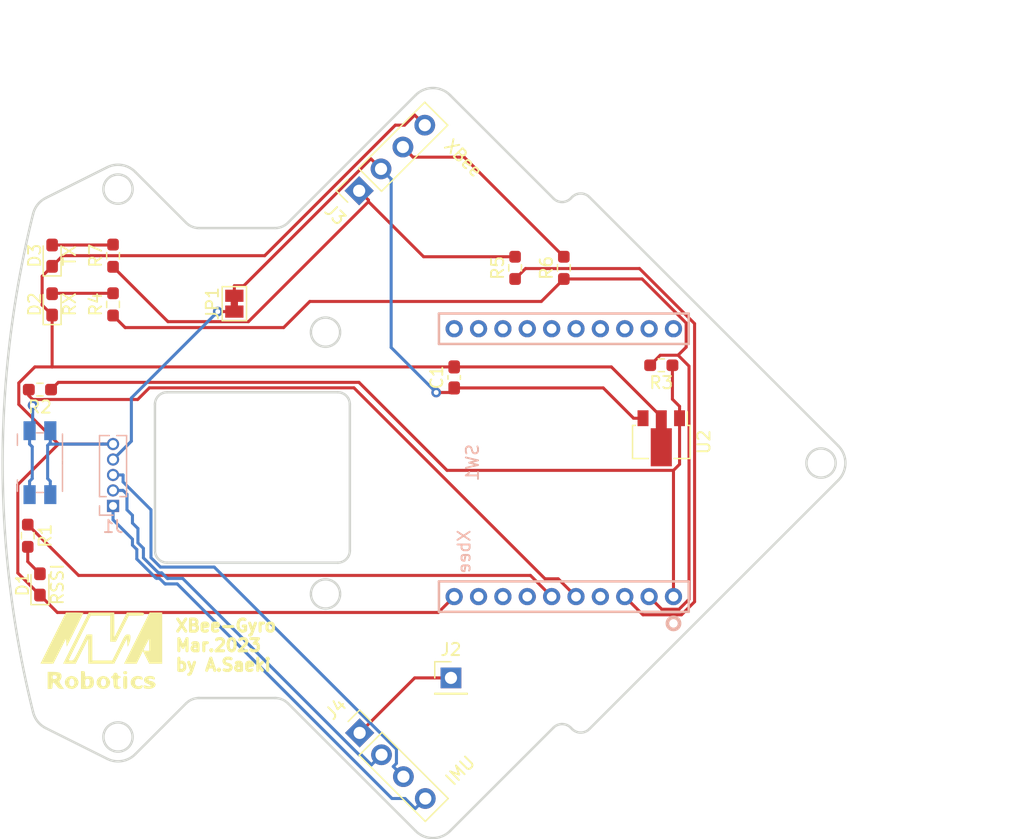
<source format=kicad_pcb>
(kicad_pcb (version 20211014) (generator pcbnew)
  (title_block (title "control board") (date "2023-03-07") (rev "V1.2") (company "Saeki.A"))
  (layers (0 "F.Cu" signal) (31 "B.Cu" signal) (34 "B.Paste" user) (35 "F.Paste" user) (36 "B.SilkS" user "B.Silkscreen") (37 "F.SilkS" user "F.Silkscreen") (38 "B.Mask" user) (39 "F.Mask" user) (44 "Edge.Cuts" user))
  (net 0 "")
  (net 1 "+5V")
  (net 2 "GND")
  (net 3 "Net-(D3-Pad2)")
  (net 4 "Net-(D1-Pad2)")
  (net 5 "Net-(J1-Pad1)")
  (net 6 "Net-(J1-Pad3)")
  (net 7 "Net-(J1-Pad4)")
  (net 8 "Net-(J1-Pad2)")
  (net 9 "Net-(J2-Pad1)")
  (net 10 "Net-(J3-Pad1)")
  (net 11 "Net-(J3-Pad3)")
  (net 12 "Net-(R2-Pad2)")
  (net 13 "Net-(R5-Pad1)")
  (net 14 "Net-(R3-Pad2)")
  (net 15 "Net-(R1-Pad1)")
  (net 16 "Net-(R2-Pad1)")
  (net 17 "Net-(D2-Pad2)")
  (footprint "LED_SMD:LED_0603_1608Metric_Pad1.05x0.95mm_HandSolder" (layer "F.Cu") (at 49 102 90)
    (fp_text reference "D2" (at 0 -1.43 90) (layer "F.SilkS"))
    (fp_text value "RX" (at 0 1.43 90) (layer "F.SilkS"))
    (fp_line (start -1.66 -0.735) (end -1.66 0.735) (layer "F.SilkS") (width 0.12))
    (fp_line (start 0.8 -0.735) (end -1.66 -0.735) (layer "F.SilkS") (width 0.12))
    (fp_line (start -1.66 0.735) (end 0.8 0.735) (layer "F.SilkS") (width 0.12))
    (pad "1" smd roundrect (at -0.875 0 90) (size 1.05 0.95) (layers "F.Cu" "F.Paste" "F.Mask") (net 2 "GND"))
    (pad "2" smd roundrect (at 0.875 0 90) (size 1.05 0.95) (layers "F.Cu" "F.Paste" "F.Mask") (net 17 "Net-(D2-Pad2)"))
  )
  (footprint "0.main.robot:MMA_Logo" (layer "F.Cu") (at 53.034 130.644)
    (fp_text reference "G***" hide)
    (fp_text value "LOGO" hide)
    (fp_poly (pts (xy 5 0.868947) (xy 3.934947 0.868947) (xy 3.415211 -0.166719) (xy 2.904095 0.868947) (xy 1.866943 0.868947) (xy 2.424941 -0.250658) (xy 3.469901 -0.250658) (xy 3.52625 -0.217552) (xy 3.669032 -0.20097) (xy 3.7 -0.200527) (xy 3.933333 -0.200527) (xy 3.926863 -1.169737) (xy 3.7 -0.735263) (xy 3.589039 -0.517153) (xy 3.507208 -0.345654) (xy 3.470504 -0.254457) (xy 3.469901 -0.250658) (xy 2.424941 -0.250658) (xy 3.965681 -3.342105) (xy 5 -3.342105)) (layer "F.SilkS") (width 0) (fill solid))
    (fp_poly (pts (xy 2.09736 1.501858) (xy 2.133333 1.60421) (xy 2.094271 1.70904) (xy 1.966666 1.737895) (xy 1.835972 1.706563) (xy 1.8 1.60421) (xy 1.839061 1.49938) (xy 1.966666 1.470526)) (layer "F.SilkS") (width 0) (fill solid))
    (fp_poly (pts (xy 1.074326 -1.303421) (xy 2.09798 -3.342105) (xy 2.822789 -3.342105) (xy 3.142524 -3.339947) (xy 3.349856 -3.331318) (xy 3.465675 -3.312992) (xy 3.510872 -3.281741) (xy 3.507132 -3.236375) (xy 3.471834 -3.129822) (xy 3.466666 -3.102691) (xy 3.404963 -3.090377) (xy 3.239692 -3.080831) (xy 3.000612 -3.075441) (xy 2.867059 -3.074737) (xy 2.267451 -3.074737) (xy 1.733333 -2.005263) (xy 1.199214 -0.93579) (xy 0.733333 -0.93579) (xy 0.733333 -3.074737) (xy -0.866191 -3.074737) (xy -1.766429 -1.270478) (xy -1.991652 -0.818004) (xy -2.196269 -0.40485) (xy -2.372975 -0.045932) (xy -2.514465 0.243835) (xy -2.613434 0.449533) (xy -2.662576 0.556247) (xy -2.666667 0.56768) (xy -2.608635 0.591518) (xy -2.468891 0.601577) (xy -2.46706 0.601579) (xy -2.39304 0.596069) (xy -2.327411 0.568642) (xy -2.258956 0.502948) (xy -2.176459 0.38264) (xy -2.068703 0.19137) (xy -1.924474 -0.087213) (xy -1.733334 -0.467895) (xy -1.199215 -1.537369) (xy -0.733334 -1.537369) (xy -0.733334 0.601579) (xy 0.903329 0.601579) (xy 1.433333 -0.467895) (xy 1.623028 -0.849218) (xy 1.765114 -1.127066) (xy 1.871048 -1.317813) (xy 1.95229 -1.437835) (xy 2.020296 -1.503507) (xy 2.086526 -1.531203) (xy 2.162436 -1.5373) (xy 2.181668 -1.537369) (xy 2.321935 -1.528159) (xy 2.383977 -1.474779) (xy 2.399606 -1.338605) (xy 2.4 -1.272268) (xy 2.369129 -1.027687) (xy 2.293761 -0.783128) (xy 2.283333 -0.759975) (xy 2.166666 -0.512784) (xy 2.132216 -0.84126) (xy 2.097766 -1.169737) (xy 1.065832 0.868947) (xy -1.066667 0.868947) (xy -1.074327 -1.169737) (xy -2.097981 0.868947) (xy -3.133057 0.868947) (xy -1.034319 -3.342105) (xy 1.066666 -3.342105)) (layer "F.SilkS") (width 0) (fill solid))
    (fp_poly (pts (xy 0.418046 1.928625) (xy 0.613147 2.080435) (xy 0.721247 2.298018) (xy 0.733333 2.406316) (xy 0.67288 2.643531) (xy 0.512005 2.827639) (xy 0.28143 2.929647) (xy 0.166666 2.941052) (xy -0.08768 2.886506) (xy -0.236364 2.776985) (xy -0.370002 2.564881) (xy -0.381065 2.449926) (xy -0.039377 2.449926) (xy 0.000299 2.611435) (xy 0.092371 2.712306) (xy 0.215805 2.726289) (xy 0.32 2.660316) (xy 0.386865 2.515549) (xy 0.391963 2.327172) (xy 0.335292 2.170049) (xy 0.32 2.152316) (xy 0.18333 2.076223) (xy 0.064737 2.130066) (xy -0.005619 2.254026) (xy -0.039377 2.449926) (xy -0.381065 2.449926) (xy -0.391814 2.338241) (xy -0.315453 2.127734) (xy -0.15457 1.964032) (xy 0.07718 1.877805) (xy 0.166666 1.871579)) (layer "F.SilkS") (width 0) (fill solid))
    (fp_poly (pts (xy -1.387813 1.487702) (xy -1.341496 1.565351) (xy -1.333334 1.707502) (xy -1.326189 1.863241) (xy -1.278237 1.919848) (xy -1.149703 1.90978) (xy -1.097334 1.900088) (xy -0.855761 1.900676) (xy -0.693845 2.008397) (xy -0.611462 2.223371) (xy -0.6 2.383254) (xy -0.631117 2.644418) (xy -0.735519 2.815153) (xy -0.92978 2.90933) (xy -1.230477 2.940818) (xy -1.266667 2.941052) (xy -1.666667 2.941052) (xy -1.666667 2.329126) (xy -1.321364 2.329126) (xy -1.315923 2.563199) (xy -1.256507 2.708185) (xy -1.157027 2.750272) (xy -1.031388 2.675653) (xy -1.003615 2.644629) (xy -0.954258 2.514356) (xy -0.944958 2.332555) (xy -0.945452 2.327129) (xy -0.976916 2.172853) (xy -1.052369 2.112705) (xy -1.133334 2.105526) (xy -1.251063 2.127454) (xy -1.30523 2.219275) (xy -1.321364 2.329126) (xy -1.666667 2.329126) (xy -1.666667 1.470526) (xy -1.5 1.470526)) (layer "F.SilkS") (width 0) (fill solid))
    (fp_poly (pts (xy -3.664214 1.551367) (xy -3.453944 1.589613) (xy -3.371076 1.626134) (xy -3.273045 1.771729) (xy -3.258978 1.967211) (xy -3.329486 2.158129) (xy -3.364616 2.203517) (xy -3.425088 2.28355) (xy -3.431602 2.361697) (xy -3.375731 2.476349) (xy -3.269747 2.635775) (xy -3.060262 2.941052) (xy -3.280131 2.938516) (xy -3.436875 2.914232) (xy -3.562518 2.825351) (xy -3.6827 2.671147) (xy -3.802662 2.515902) (xy -3.901084 2.420604) (xy -3.9327 2.406316) (xy -3.974843 2.465613) (xy -3.998284 2.613746) (xy -4 2.673684) (xy -4.007898 2.845123) (xy -4.050697 2.921334) (xy -4.157055 2.940631) (xy -4.2 2.941052) (xy -4.4 2.941052) (xy -4.4 1.971842) (xy -4 1.971842) (xy -3.981413 2.097228) (xy -3.897804 2.132248) (xy -3.816667 2.126676) (xy -3.673681 2.077995) (xy -3.633334 1.971842) (xy -3.677473 1.862486) (xy -3.816667 1.817007) (xy -3.949523 1.819523) (xy -3.996053 1.894413) (xy -4 1.971842) (xy -4.4 1.971842) (xy -4.4 1.537368) (xy -3.946076 1.537368)) (layer "F.SilkS") (width 0) (fill solid))
    (fp_poly (pts (xy -2.181954 1.928625) (xy -1.986853 2.080435) (xy -1.878753 2.298018) (xy -1.866667 2.406316) (xy -1.92712 2.643531) (xy -2.087995 2.827639) (xy -2.31857 2.929647) (xy -2.433334 2.941052) (xy -2.68768 2.886506) (xy -2.836364 2.776985) (xy -2.970002 2.564881) (xy -2.981466 2.445758) (xy -2.634683 2.445758) (xy -2.605398 2.588237) (xy -2.498713 2.718864) (xy -2.365896 2.722149) (xy -2.28 2.660316) (xy -2.204557 2.511324) (xy -2.207119 2.333946) (xy -2.274309 2.174925) (xy -2.392752 2.081003) (xy -2.448317 2.072105) (xy -2.544683 2.130259) (xy -2.611868 2.271448) (xy -2.634683 2.445758) (xy -2.981466 2.445758) (xy -2.991814 2.338241) (xy -2.915453 2.127734) (xy -2.75457 1.964032) (xy -2.52282 1.877805) (xy -2.433334 1.871579)) (layer "F.SilkS") (width 0) (fill solid))
    (fp_poly (pts (xy 2.049326 1.877277) (xy 2.098821 1.912556) (xy 2.123652 2.004691) (xy 2.132322 2.180957) (xy 2.133333 2.406316) (xy 2.131557 2.671523) (xy 2.120561 2.830324) (xy 2.091845 2.909994) (xy 2.036906 2.937808) (xy 1.966666 2.941052) (xy 1.884006 2.935354) (xy 1.834511 2.900075) (xy 1.80968 2.807941) (xy 1.801011 2.631674) (xy 1.8 2.406316) (xy 1.801776 2.141108) (xy 1.812771 1.982307) (xy 1.841488 1.902637) (xy 1.896426 1.874823) (xy 1.966666 1.871579)) (layer "F.SilkS") (width 0) (fill solid))
    (fp_poly (pts (xy 1.29736 1.635542) (xy 1.333333 1.737895) (xy 1.380473 1.849608) (xy 1.466666 1.871579) (xy 1.575252 1.913373) (xy 1.6 1.971842) (xy 1.54442 2.053496) (xy 1.466666 2.072105) (xy 1.386692 2.089701) (xy 1.346806 2.164387) (xy 1.333903 2.329013) (xy 1.333333 2.406316) (xy 1.340353 2.606776) (xy 1.370149 2.706754) (xy 1.435826 2.739096) (xy 1.466666 2.740526) (xy 1.575252 2.782321) (xy 1.6 2.840789) (xy 1.544082 2.908973) (xy 1.410148 2.940433) (xy 1.248927 2.933211) (xy 1.111147 2.885353) (xy 1.08 2.860842) (xy 1.034501 2.751924) (xy 1.005522 2.560913) (xy 1 2.426368) (xy 0.990392 2.209232) (xy 0.956846 2.099603) (xy 0.9 2.072105) (xy 0.811615 2.0186) (xy 0.8 1.971842) (xy 0.853364 1.883225) (xy 0.9 1.871579) (xy 0.981439 1.815853) (xy 1 1.737895) (xy 1.039061 1.633064) (xy 1.166666 1.60421)) (layer "F.SilkS") (width 0) (fill solid))
    (fp_poly (pts (xy -1.892671 -3.339247) (xy -1.658354 -3.331505) (xy -1.508087 -3.320133) (xy -1.466667 -3.309106) (xy -1.495147 -3.242423) (xy -1.575013 -3.073449) (xy -1.697902 -2.819407) (xy -1.855451 -2.497517) (xy -2.039297 -2.124999) (xy -2.15 -1.901941) (xy -2.833334 -0.527775) (xy -2.902234 -1.169737) (xy -3.934168 0.868947) (xy -4.999724 0.868947) (xy -3.950355 -1.236579) (xy -2.900985 -3.342105) (xy -2.183826 -3.342105)) (layer "F.SilkS") (width 0) (fill solid))
    (fp_poly (pts (xy 4.244382 1.898491) (xy 4.373768 1.981844) (xy 4.4 2.077602) (xy 4.38141 2.160937) (xy 4.300627 2.162036) (xy 4.228993 2.137293) (xy 4.009244 2.077317) (xy 3.890378 2.103697) (xy 3.866666 2.172368) (xy 3.923746 2.253501) (xy 4.018499 2.272631) (xy 4.193068 2.311725) (xy 4.354553 2.407092) (xy 4.454584 2.525859) (xy 4.466666 2.577211) (xy 4.405972 2.739832) (xy 4.245819 2.864828) (xy 4.019102 2.930756) (xy 3.916666 2.935775) (xy 3.719993 2.924922) (xy 3.575068 2.904279) (xy 3.55 2.896784) (xy 3.481365 2.810233) (xy 3.466666 2.727805) (xy 3.492035 2.631785) (xy 3.583333 2.642565) (xy 3.736709 2.691403) (xy 3.891826 2.725395) (xy 4.027074 2.725458) (xy 4.060442 2.677604) (xy 4.001722 2.606955) (xy 3.860705 2.538638) (xy 3.81367 2.524849) (xy 3.614174 2.427734) (xy 3.508757 2.280037) (xy 3.515304 2.109719) (xy 3.529135 2.079969) (xy 3.65606 1.941561) (xy 3.862744 1.878577) (xy 3.999999 1.871579)) (layer "F.SilkS") (width 0) (fill solid))
    (fp_poly (pts (xy 3.213104 1.892162) (xy 3.355391 1.958596) (xy 3.399996 2.077911) (xy 3.4 2.079256) (xy 3.385293 2.182169) (xy 3.320015 2.194244) (xy 3.193099 2.135244) (xy 3.006435 2.091384) (xy 2.858785 2.156823) (xy 2.774064 2.308035) (xy 2.776189 2.521493) (xy 2.780874 2.540731) (xy 2.867171 2.657151) (xy 3.015011 2.722148) (xy 3.163925 2.716167) (xy 3.218214 2.682158) (xy 3.32943 2.61095) (xy 3.391158 2.660414) (xy 3.4 2.733375) (xy 3.344127 2.856884) (xy 3.200918 2.929218) (xy 3.006984 2.948465) (xy 2.798936 2.912718) (xy 2.613385 2.820067) (xy 2.563636 2.776985) (xy 2.430981 2.565422) (xy 2.409447 2.338246) (xy 2.485344 2.126875) (xy 2.644981 1.962724) (xy 2.874669 1.877209) (xy 2.958183 1.871579)) (layer "F.SilkS") (width 0) (fill solid))
  )
  (footprint "Connector_PinSocket_2.54mm:PinSocket_1x04_P2.54mm_Vertical" (layer "F.Cu") (at 74.2407 137.1938 45)
    (fp_text reference "J4" (at 0 -2.77 45) (layer "F.SilkS"))
    (fp_text value "IMU" (at 3.645258 8.032367 45) (layer "F.SilkS"))
    (fp_line (start -1.33 8.95) (end 1.33 8.95) (layer "F.SilkS") (width 0.12))
    (fp_line (start -1.33 1.27) (end -1.33 8.95) (layer "F.SilkS") (width 0.12))
    (fp_line (start 1.33 -1.33) (end 1.33 0) (layer "F.SilkS") (width 0.12))
    (fp_line (start -1.33 1.27) (end 1.33 1.27) (layer "F.SilkS") (width 0.12))
    (fp_line (start 1.33 1.27) (end 1.33 8.95) (layer "F.SilkS") (width 0.12))
    (fp_line (start 0 -1.33) (end 1.33 -1.33) (layer "F.SilkS") (width 0.12))
    (pad "1" thru_hole rect locked (at 0 0 45) (size 1.7 1.7) (drill 1) (layers *.Cu *.Mask) (net 9 "Net-(J2-Pad1)"))
    (pad "2" thru_hole oval locked (at 0 2.54 45) (size 1.7 1.7) (drill 1) (layers *.Cu *.Mask) (net 8 "Net-(J1-Pad2)"))
    (pad "3" thru_hole oval locked (at 0 5.08 45) (size 1.7 1.7) (drill 1) (layers *.Cu *.Mask) (net 6 "Net-(J1-Pad3)"))
    (pad "4" thru_hole oval locked (at 0 7.62 45) (size 1.7 1.7) (drill 1) (layers *.Cu *.Mask) (net 5 "Net-(J1-Pad1)"))
  )
  (footprint "Resistor_SMD:R_0603_1608Metric_Pad0.98x0.95mm_HandSolder" (layer "F.Cu") (at 87 99 90)
    (fp_text reference "R5" (at 0 -1.43 90) (layer "F.SilkS"))
    (fp_text value "10k")
    (fp_line (start -0.254724 -0.5225) (end 0.254724 -0.5225) (layer "F.SilkS") (width 0.12))
    (fp_line (start -0.254724 0.5225) (end 0.254724 0.5225) (layer "F.SilkS") (width 0.12))
    (pad "1" smd roundrect (at -0.9125 0 90) (size 0.975 0.95) (layers "F.Cu" "F.Paste" "F.Mask") (net 13 "Net-(R5-Pad1)"))
    (pad "2" smd roundrect (at 0.9125 0 90) (size 0.975 0.95) (layers "F.Cu" "F.Paste" "F.Mask") (net 10 "Net-(J3-Pad1)"))
  )
  (footprint "Resistor_SMD:R_0603_1608Metric_Pad0.98x0.95mm_HandSolder" (layer "F.Cu") (at 54 98 90)
    (fp_text reference "R7" (at 0 -1.43 90) (layer "F.SilkS"))
    (fp_text value "470")
    (fp_line (start -0.254724 0.5225) (end 0.254724 0.5225) (layer "F.SilkS") (width 0.12))
    (fp_line (start -0.254724 -0.5225) (end 0.254724 -0.5225) (layer "F.SilkS") (width 0.12))
    (pad "1" smd roundrect (at -0.9125 0 90) (size 0.975 0.95) (layers "F.Cu" "F.Paste" "F.Mask") (net 10 "Net-(J3-Pad1)"))
    (pad "2" smd roundrect (at 0.9125 0 90) (size 0.975 0.95) (layers "F.Cu" "F.Paste" "F.Mask") (net 3 "Net-(D3-Pad2)"))
  )
  (footprint "Resistor_SMD:R_0603_1608Metric_Pad0.98x0.95mm_HandSolder" (layer "F.Cu") (at 99 107 180)
    (fp_text reference "R3" (at 0 -1.43) (layer "F.SilkS"))
    (fp_text value "10k")
    (fp_line (start -0.254724 -0.5225) (end 0.254724 -0.5225) (layer "F.SilkS") (width 0.12))
    (fp_line (start -0.254724 0.5225) (end 0.254724 0.5225) (layer "F.SilkS") (width 0.12))
    (pad "1" smd roundrect (at -0.9125 0 180) (size 0.975 0.95) (layers "F.Cu" "F.Paste" "F.Mask") (net 16 "Net-(R2-Pad1)"))
    (pad "2" smd roundrect (at 0.9125 0 180) (size 0.975 0.95) (layers "F.Cu" "F.Paste" "F.Mask") (net 14 "Net-(R3-Pad2)"))
  )
  (footprint "Resistor_SMD:R_0603_1608Metric_Pad0.98x0.95mm_HandSolder" (layer "F.Cu") (at 91 99 90)
    (fp_text reference "R6" (at 0 -1.43 90) (layer "F.SilkS"))
    (fp_text value "10k")
    (fp_line (start -0.254724 -0.5225) (end 0.254724 -0.5225) (layer "F.SilkS") (width 0.12))
    (fp_line (start -0.254724 0.5225) (end 0.254724 0.5225) (layer "F.SilkS") (width 0.12))
    (pad "1" smd roundrect (at -0.9125 0 90) (size 0.975 0.95) (layers "F.Cu" "F.Paste" "F.Mask") (net 14 "Net-(R3-Pad2)"))
    (pad "2" smd roundrect (at 0.9125 0 90) (size 0.975 0.95) (layers "F.Cu" "F.Paste" "F.Mask") (net 11 "Net-(J3-Pad3)"))
  )
  (footprint "Package_TO_SOT_SMD:SOT-89-3" (layer "F.Cu") (at 99 113 -90)
    (fp_text reference "U2" (at 0.3 -3.5 90) (layer "F.SilkS"))
    (fp_text value "XC6216D_SOT89")
    (fp_line (start -2.2 -2.13) (end -1.06 -2.13) (layer "F.SilkS") (width 0.12))
    (fp_line (start -1.06 -2.36) (end 1.66 -2.36) (layer "F.SilkS") (width 0.12))
    (fp_line (start 1.66 1.05) (end 1.66 2.36) (layer "F.SilkS") (width 0.12))
    (fp_line (start 1.66 2.36) (end -1.06 2.36) (layer "F.SilkS") (width 0.12))
    (fp_line (start -1.06 2.36) (end -1.06 2.13) (layer "F.SilkS") (width 0.12))
    (fp_line (start 1.66 -2.36) (end 1.66 -1.05) (layer "F.SilkS") (width 0.12))
    (fp_line (start -1.06 -2.36) (end -1.06 -2.13) (layer "F.SilkS") (width 0.12))
    (pad "1" smd rect (at -1.65 -1.5 270) (size 1.3 0.9) (layers "F.Cu" "F.Paste" "F.Mask") (net 16 "Net-(R2-Pad1)"))
    (pad "2" smd custom (at -1.5625 0 270) (size 1.475 0.9) (layers "F.Cu" "F.Paste" "F.Mask") (net 2 "GND") (options (clearance outline) (anchor rect)) (primitives (gr_poly (pts (xy 3.8625 0.8665) (xy 0.7375 0.8665) (xy 0.7375 -0.8665) (xy 3.8625 -0.8665)) (width 0) (fill yes))))
    (pad "3" smd rect (at -1.65 1.5 270) (size 1.3 0.9) (layers "F.Cu" "F.Paste" "F.Mask") (net 1 "+5V"))
  )
  (footprint "Resistor_SMD:R_0603_1608Metric_Pad0.98x0.95mm_HandSolder" (layer "F.Cu") (at 47 121 -90)
    (fp_text reference "R1" (at 0 -1.43 90) (layer "F.SilkS"))
    (fp_text value "470")
    (fp_line (start -0.254724 0.5225) (end 0.254724 0.5225) (layer "F.SilkS") (width 0.12))
    (fp_line (start -0.254724 -0.5225) (end 0.254724 -0.5225) (layer "F.SilkS") (width 0.12))
    (pad "1" smd roundrect (at -0.9125 0 270) (size 0.975 0.95) (layers "F.Cu" "F.Paste" "F.Mask") (net 15 "Net-(R1-Pad1)"))
    (pad "2" smd roundrect (at 0.9125 0 270) (size 0.975 0.95) (layers "F.Cu" "F.Paste" "F.Mask") (net 4 "Net-(D1-Pad2)"))
  )
  (footprint "LED_SMD:LED_0603_1608Metric_Pad1.05x0.95mm_HandSolder" (layer "F.Cu") (at 49 98 90)
    (fp_text reference "D3" (at 0 -1.43 90) (layer "F.SilkS"))
    (fp_text value "TX" (at 0 1.43 90) (layer "F.SilkS"))
    (fp_line (start -1.66 -0.735) (end -1.66 0.735) (layer "F.SilkS") (width 0.12))
    (fp_line (start -1.66 0.735) (end 0.8 0.735) (layer "F.SilkS") (width 0.12))
    (fp_line (start 0.8 -0.735) (end -1.66 -0.735) (layer "F.SilkS") (width 0.12))
    (pad "1" smd roundrect (at -0.875 0 90) (size 1.05 0.95) (layers "F.Cu" "F.Paste" "F.Mask") (net 2 "GND"))
    (pad "2" smd roundrect (at 0.875 0 90) (size 1.05 0.95) (layers "F.Cu" "F.Paste" "F.Mask") (net 3 "Net-(D3-Pad2)"))
  )
  (footprint "Connector_PinHeader_2.54mm:PinHeader_1x01_P2.54mm_Vertical" (layer "F.Cu") (at 81.736 132.676)
    (fp_text reference "J2" (at 0 -2.33) (layer "F.SilkS"))
    (fp_text value "N.C.")
    (fp_line (start -1.33 -1.33) (end 0 -1.33) (layer "F.SilkS") (width 0.12))
    (fp_line (start -1.33 1.27) (end -1.33 1.33) (layer "F.SilkS") (width 0.12))
    (fp_line (start 1.33 1.27) (end 1.33 1.33) (layer "F.SilkS") (width 0.12))
    (fp_line (start -1.33 0) (end -1.33 -1.33) (layer "F.SilkS") (width 0.12))
    (fp_line (start -1.33 1.27) (end 1.33 1.27) (layer "F.SilkS") (width 0.12))
    (fp_line (start -1.33 1.33) (end 1.33 1.33) (layer "F.SilkS") (width 0.12))
    (pad "1" thru_hole rect (at 0 0) (size 1.7 1.7) (drill 1) (layers *.Cu *.Mask) (net 9 "Net-(J2-Pad1)"))
  )
  (footprint "Jumper:SolderJumper-2_P1.3mm_Bridged_Pad1.0x1.5mm" (layer "F.Cu") (at 63.956 101.942 90)
    (fp_text reference "JP1" (at 0 -1.8 90) (layer "F.SilkS"))
    (fp_text value "Jumper_2_Bridged")
    (fp_poly (pts (xy -0.25 -0.3) (xy 0.25 -0.3) (xy 0.25 0.3) (xy -0.25 0.3)) (layer "F.Cu") (width 0) (fill solid))
    (fp_line (start 1.4 1) (end -1.4 1) (layer "F.SilkS") (width 0.12))
    (fp_line (start -1.4 -1) (end 1.4 -1) (layer "F.SilkS") (width 0.12))
    (fp_line (start 1.4 -1) (end 1.4 1) (layer "F.SilkS") (width 0.12))
    (fp_line (start -1.4 1) (end -1.4 -1) (layer "F.SilkS") (width 0.12))
    (pad "1" smd rect (at -0.65 0 90) (size 1 1.5) (layers "F.Cu" "F.Mask") (net 7 "Net-(J1-Pad4)"))
    (pad "2" smd rect (at 0.65 0 90) (size 1 1.5) (layers "F.Cu" "F.Mask") (net 1 "+5V"))
  )
  (footprint "Resistor_SMD:R_0603_1608Metric_Pad0.98x0.95mm_HandSolder" (layer "F.Cu") (at 54 102 90)
    (fp_text reference "R4" (at 0 -1.43 90) (layer "F.SilkS"))
    (fp_text value "470")
    (fp_line (start -0.254724 -0.5225) (end 0.254724 -0.5225) (layer "F.SilkS") (width 0.12))
    (fp_line (start -0.254724 0.5225) (end 0.254724 0.5225) (layer "F.SilkS") (width 0.12))
    (pad "1" smd roundrect (at -0.9125 0 90) (size 0.975 0.95) (layers "F.Cu" "F.Paste" "F.Mask") (net 14 "Net-(R3-Pad2)"))
    (pad "2" smd roundrect (at 0.9125 0 90) (size 0.975 0.95) (layers "F.Cu" "F.Paste" "F.Mask") (net 17 "Net-(D2-Pad2)"))
  )
  (footprint "Capacitor_SMD:C_0603_1608Metric_Pad1.08x0.95mm_HandSolder" (layer "F.Cu") (at 82 108 90)
    (fp_text reference "C1" (at 0 -1.43 90) (layer "F.SilkS"))
    (fp_text value "0.1u")
    (fp_line (start -0.146267 0.51) (end 0.146267 0.51) (layer "F.SilkS") (width 0.12))
    (fp_line (start -0.146267 -0.51) (end 0.146267 -0.51) (layer "F.SilkS") (width 0.12))
    (pad "1" smd roundrect (at -0.8625 0 90) (size 1.075 0.95) (layers "F.Cu" "F.Paste" "F.Mask") (net 1 "+5V"))
    (pad "2" smd roundrect (at 0.8625 0 90) (size 1.075 0.95) (layers "F.Cu" "F.Paste" "F.Mask") (net 2 "GND"))
  )
  (footprint "Connector_PinSocket_2.54mm:PinSocket_1x04_P2.54mm_Vertical" (layer "F.Cu") (at 74.2 92.6693 135)
    (fp_text reference "J3" (at 0 -2.77 135) (layer "F.SilkS"))
    (fp_text value "XBee" (at -4.162525 7.931829 135) (layer "F.SilkS"))
    (fp_line (start 1.33 1.27) (end 1.33 8.95) (layer "F.SilkS") (width 0.12))
    (fp_line (start -1.33 8.95) (end 1.33 8.95) (layer "F.SilkS") (width 0.12))
    (fp_line (start 1.33 -1.33) (end 1.33 0) (layer "F.SilkS") (width 0.12))
    (fp_line (start -1.33 1.27) (end -1.33 8.95) (layer "F.SilkS") (width 0.12))
    (fp_line (start 0 -1.33) (end 1.33 -1.33) (layer "F.SilkS") (width 0.12))
    (fp_line (start -1.33 1.27) (end 1.33 1.27) (layer "F.SilkS") (width 0.12))
    (pad "1" thru_hole rect locked (at 0 0 135) (size 1.7 1.7) (drill 1) (layers *.Cu *.Mask) (net 10 "Net-(J3-Pad1)"))
    (pad "2" thru_hole oval locked (at 0 2.54 135) (size 1.7 1.7) (drill 1) (layers *.Cu *.Mask) (net 1 "+5V"))
    (pad "3" thru_hole oval locked (at 0 5.08 135) (size 1.7 1.7) (drill 1) (layers *.Cu *.Mask) (net 11 "Net-(J3-Pad3)"))
    (pad "4" thru_hole oval locked (at 0 7.62 135) (size 1.7 1.7) (drill 1) (layers *.Cu *.Mask) (net 2 "GND"))
  )
  (footprint "Resistor_SMD:R_0603_1608Metric_Pad0.98x0.95mm_HandSolder" (layer "F.Cu") (at 48 109 180)
    (fp_text reference "R2" (at 0 -1.43) (layer "F.SilkS"))
    (fp_text value "10k")
    (fp_line (start -0.254724 -0.5225) (end 0.254724 -0.5225) (layer "F.SilkS") (width 0.12))
    (fp_line (start -0.254724 0.5225) (end 0.254724 0.5225) (layer "F.SilkS") (width 0.12))
    (pad "1" smd roundrect (at -0.9125 0 180) (size 0.975 0.95) (layers "F.Cu" "F.Paste" "F.Mask") (net 16 "Net-(R2-Pad1)"))
    (pad "2" smd roundrect (at 0.9125 0 180) (size 0.975 0.95) (layers "F.Cu" "F.Paste" "F.Mask") (net 12 "Net-(R2-Pad2)"))
  )
  (footprint "LED_SMD:LED_0603_1608Metric_Pad1.05x0.95mm_HandSolder" (layer "F.Cu") (at 48 125 90)
    (fp_text reference "D1" (at 0 -1.43 90) (layer "F.SilkS"))
    (fp_text value "RSSI" (at 0 1.43 90) (layer "F.SilkS"))
    (fp_line (start 0.8 -0.735) (end -1.66 -0.735) (layer "F.SilkS") (width 0.12))
    (fp_line (start -1.66 0.735) (end 0.8 0.735) (layer "F.SilkS") (width 0.12))
    (fp_line (start -1.66 -0.735) (end -1.66 0.735) (layer "F.SilkS") (width 0.12))
    (pad "1" smd roundrect (at -0.875 0 90) (size 1.05 0.95) (layers "F.Cu" "F.Paste" "F.Mask") (net 2 "GND"))
    (pad "2" smd roundrect (at 0.875 0 90) (size 1.05 0.95) (layers "F.Cu" "F.Paste" "F.Mask") (net 4 "Net-(D1-Pad2)"))
  )
  (footprint "0.main.robot:XBEE-S2C" (layer "B.Cu") (at 80 115 90)
    (fp_text reference "U1" hide)
    (fp_text value "XBEE-S2C" hide)
    (fp_text user "Xbee" (at -9.2 3.4 90) (layer "B.SilkS") (effects (justify right bottom mirror)))
    (fp_line (start -9.75 21.25) (end -12.25 21.25) (layer "B.SilkS") (width 0.2032))
    (fp_line (start -12.25 0.75) (end -9.75 0.75) (layer "B.SilkS") (width 0.2032))
    (fp_line (start 12.25 0.75) (end 9.75 0.75) (layer "B.SilkS") (width 0.2032))
    (fp_line (start 12.25 21.25) (end 12.25 0.75) (layer "B.SilkS") (width 0.2032))
    (fp_line (start -9.75 21.25) (end -9.75 0.75) (layer "B.SilkS") (width 0.2032))
    (fp_line (start -12.25 21.25) (end -12.25 0.75) (layer "B.SilkS") (width 0.2032))
    (fp_line (start 9.75 21.25) (end 12.25 21.25) (layer "B.SilkS") (width 0.2032))
    (fp_line (start 9.75 21.25) (end 9.75 0.75) (layer "B.SilkS") (width 0.2032))
    (fp_circle (center -13.2 20) (end -12.7 20) (layer "B.SilkS") (width 0.3) (fill none))
    (pad "1" thru_hole circle locked (at -11 20 90) (size 1.4096 1.4096) (drill 0.8) (layers *.Cu *.Mask) (net 16 "Net-(R2-Pad1)"))
    (pad "2" thru_hole circle locked (at -11 18 90) (size 1.4096 1.4096) (drill 0.8) (layers *.Cu *.Mask) (net 14 "Net-(R3-Pad2)"))
    (pad "3" thru_hole circle locked (at -11 16 90) (size 1.4096 1.4096) (drill 0.8) (layers *.Cu *.Mask) (net 13 "Net-(R5-Pad1)"))
    (pad "4" thru_hole circle locked (at -11 14 90) (size 1.4096 1.4096) (drill 0.8) (layers *.Cu *.Mask))
    (pad "5" thru_hole circle locked (at -11 12 90) (size 1.4096 1.4096) (drill 0.8) (layers *.Cu *.Mask) (net 12 "Net-(R2-Pad2)"))
    (pad "6" thru_hole circle locked (at -11 10 90) (size 1.4096 1.4096) (drill 0.8) (layers *.Cu *.Mask) (net 15 "Net-(R1-Pad1)"))
    (pad "7" thru_hole circle locked (at -11 8 90) (size 1.4096 1.4096) (drill 0.8) (layers *.Cu *.Mask))
    (pad "8" thru_hole circle locked (at -11 6 90) (size 1.4096 1.4096) (drill 0.8) (layers *.Cu *.Mask))
    (pad "9" thru_hole circle locked (at -11 4 90) (size 1.4096 1.4096) (drill 0.8) (layers *.Cu *.Mask))
    (pad "10" thru_hole circle locked (at -11 2 90) (size 1.4096 1.4096) (drill 0.8) (layers *.Cu *.Mask) (net 2 "GND"))
    (pad "11" thru_hole circle locked (at 11 2 90) (size 1.4096 1.4096) (drill 0.8) (layers *.Cu *.Mask))
    (pad "12" thru_hole circle locked (at 11 4 90) (size 1.4096 1.4096) (drill 0.8) (layers *.Cu *.Mask))
    (pad "13" thru_hole circle locked (at 11 6 90) (size 1.4096 1.4096) (drill 0.8) (layers *.Cu *.Mask))
    (pad "14" thru_hole circle locked (at 11 8 90) (size 1.4096 1.4096) (drill 0.8) (layers *.Cu *.Mask))
    (pad "15" thru_hole circle locked (at 11 10 90) (size 1.4096 1.4096) (drill 0.8) (layers *.Cu *.Mask))
    (pad "16" thru_hole circle locked (at 11 12 90) (size 1.4096 1.4096) (drill 0.8) (layers *.Cu *.Mask))
    (pad "17" thru_hole circle locked (at 11 14 90) (size 1.4096 1.4096) (drill 0.8) (layers *.Cu *.Mask))
    (pad "18" thru_hole circle locked (at 11 16 90) (size 1.4096 1.4096) (drill 0.8) (layers *.Cu *.Mask))
    (pad "19" thru_hole circle locked (at 11 18 90) (size 1.4096 1.4096) (drill 0.8) (layers *.Cu *.Mask))
    (pad "20" thru_hole circle locked (at 11 20 90) (size 1.4096 1.4096) (drill 0.8) (layers *.Cu *.Mask))
  )
  (footprint "0.main.robot:THAU13-AB-R" (layer "B.Cu") (at 48 115 -90)
    (fp_text reference "SW1" (at 0 -35.5 90) (layer "B.SilkS") (effects (justify mirror)))
    (fp_text value "Reset")
    (fp_line (start -1.425 1.85) (end -2.35 1.85) (layer "B.SilkS") (width 0.12))
    (fp_line (start -2.45 -0.275) (end -2.45 0.275) (layer "B.SilkS") (width 0.12))
    (fp_line (start 2.35 1.85) (end 1.425 1.85) (layer "B.SilkS") (width 0.12))
    (fp_line (start 2.45 -0.275) (end 2.45 0.275) (layer "B.SilkS") (width 0.12))
    (fp_line (start 2.35 -1.85) (end -2.35 -1.85) (layer "B.SilkS") (width 0.12))
    (pad "" np_thru_hole circle locked (at 0 -1.375 90) (size 0.75 0.75) (drill 0.75) (layers *.Cu *.Mask))
    (pad "" np_thru_hole circle locked (at 0 1.375 90) (size 0.75 0.75) (drill 0.75) (layers *.Cu *.Mask))
    (pad "1" smd rect locked (at 2.625 0.85 90) (size 1.55 1) (layers "B.Cu" "B.Paste" "B.Mask") (net 12 "Net-(R2-Pad2)"))
    (pad "1" smd rect locked (at -2.625 0.85 90) (size 1.55 1) (layers "B.Cu" "B.Paste" "B.Mask") (net 12 "Net-(R2-Pad2)"))
    (pad "2" smd rect locked (at -2.625 -0.85 90) (size 1.55 1) (layers "B.Cu" "B.Paste" "B.Mask") (net 2 "GND"))
    (pad "2" smd rect locked (at 2.625 -0.85 90) (size 1.55 1) (layers "B.Cu" "B.Paste" "B.Mask") (net 2 "GND"))
  )
  (footprint "Connector_PinHeader_1.27mm:PinHeader_1x05_P1.27mm_Vertical" (layer "B.Cu") (at 54 118.55)
    (fp_text reference "J1" (at 0 1.695 180) (layer "B.SilkS") (effects (justify mirror)))
    (fp_text value "IMU_in")
    (fp_line (start 0.30753 -5.775) (end 1.11 -5.775) (layer "B.SilkS") (width 0.12))
    (fp_line (start -1.11 0.76) (end 0 0.76) (layer "B.SilkS") (width 0.12))
    (fp_line (start -1.11 -0.76) (end -1.11 -5.775) (layer "B.SilkS") (width 0.12))
    (fp_line (start 1.11 -0.76) (end 1.11 -5.775) (layer "B.SilkS") (width 0.12))
    (fp_line (start -1.11 -5.775) (end -0.30753 -5.775) (layer "B.SilkS") (width 0.12))
    (fp_line (start -1.11 0) (end -1.11 0.76) (layer "B.SilkS") (width 0.12))
    (fp_line (start 0.563471 -0.76) (end 1.11 -0.76) (layer "B.SilkS") (width 0.12))
    (fp_line (start -1.11 -0.76) (end -0.563471 -0.76) (layer "B.SilkS") (width 0.12))
    (pad "1" thru_hole rect locked (at 0 0) (size 1 1) (drill 0.65) (layers *.Cu *.Mask) (net 5 "Net-(J1-Pad1)"))
    (pad "2" thru_hole oval locked (at 0 -1.27) (size 1 1) (drill 0.65) (layers *.Cu *.Mask) (net 8 "Net-(J1-Pad2)"))
    (pad "3" thru_hole oval locked (at 0 -2.54) (size 1 1) (drill 0.65) (layers *.Cu *.Mask) (net 6 "Net-(J1-Pad3)"))
    (pad "4" thru_hole oval locked (at 0 -3.81) (size 1 1) (drill 0.65) (layers *.Cu *.Mask) (net 7 "Net-(J1-Pad4)"))
    (pad "5" thru_hole oval locked (at 0 -5.08) (size 1 1) (drill 0.65) (layers *.Cu *.Mask) (net 2 "GND"))
  )
  (gr_arc (start 57.439113 110.214444) (mid 57.732006 109.507337) (end 58.439113 109.214444) (layer "Edge.Cuts") (width 0.2))
  (gr_arc (start 91.564745 93.300736) (mid 90.857638 93.59363) (end 90.150532 93.300736) (layer "Edge.Cuts") (width 0.2))
  (gr_line (start 57.439113 110.214444) (end 57.439113 122.214444) (layer "Edge.Cuts") (width 0.2))
  (gr_arc (start 55.822033 138.942943) (mid 54.728184 139.502904) (end 53.513393 139.317584) (layer "Edge.Cuts") (width 0.2))
  (gr_arc (start 53.513393 90.743304) (mid 54.728184 90.557984) (end 55.822033 91.117945) (layer "Edge.Cuts") (width 0.2))
  (gr_line (start 73.439113 122.214444) (end 73.439113 110.214444) (layer "Edge.Cuts") (width 0.2))
  (gr_arc (start 48.486608 136.804192) (mid 47.819822 136.265382) (end 47.439877 135.496901) (layer "Edge.Cuts") (width 0.2))
  (gr_line (start 48.486608 136.804192) (end 53.513393 139.317584) (layer "Edge.Cuts") (width 0.2))
  (gr_line (start 91.679969 93.185513) (end 91.564745 93.300736) (layer "Edge.Cuts") (width 0.2))
  (gr_arc (start 81.66525 145.245433) (mid 80.251037 145.83122) (end 78.836823 145.245433) (layer "Edge.Cuts") (width 0.2))
  (gr_line (start 67.299504 95.731454) (end 61.056863 95.731454) (layer "Edge.Cuts") (width 0.2))
  (gr_line (start 81.66525 145.245433) (end 90.150532 136.760152) (layer "Edge.Cuts") (width 0.2))
  (gr_line (start 93.094182 136.875375) (end 113.5249 116.444658) (layer "Edge.Cuts") (width 0.2))
  (gr_circle (center 112.110687 115.030444) (end 110.910687 115.030444) (layer "Edge.Cuts") (width 0.2) (fill none))
  (gr_arc (start 93.094182 136.875375) (mid 92.387076 137.168269) (end 91.679969 136.875375) (layer "Edge.Cuts") (width 0.2))
  (gr_arc (start 47.439877 135.496901) (mid 44.939114 115.030444) (end 47.439877 94.563987) (layer "Edge.Cuts") (width 0.2))
  (gr_line (start 55.822033 138.942943) (end 59.996203 134.768774) (layer "Edge.Cuts") (width 0.2))
  (gr_line (start 91.564745 136.760152) (end 91.679969 136.875375) (layer "Edge.Cuts") (width 0.2))
  (gr_arc (start 68.360164 95.292114) (mid 67.873529 95.617273) (end 67.299504 95.731454) (layer "Edge.Cuts") (width 0.2))
  (gr_arc (start 58.439113 123.214444) (mid 57.732006 122.921551) (end 57.439113 122.214444) (layer "Edge.Cuts") (width 0.2))
  (gr_arc (start 61.056863 95.731454) (mid 60.482838 95.617273) (end 59.996203 95.292114) (layer "Edge.Cuts") (width 0.2))
  (gr_arc (start 72.439113 109.214444) (mid 73.14622 109.507337) (end 73.439113 110.214444) (layer "Edge.Cuts") (width 0.2))
  (gr_line (start 53.513393 90.743304) (end 48.486608 93.256696) (layer "Edge.Cuts") (width 0.2))
  (gr_line (start 68.360164 134.768774) (end 78.836823 145.245433) (layer "Edge.Cuts") (width 0.2))
  (gr_line (start 72.439113 109.214444) (end 58.439113 109.214444) (layer "Edge.Cuts") (width 0.2))
  (gr_circle (center 71.439114 104.280444) (end 70.239114 104.280444) (layer "Edge.Cuts") (width 0.2) (fill none))
  (gr_arc (start 78.836823 84.815455) (mid 80.251037 84.229668) (end 81.66525 84.815455) (layer "Edge.Cuts") (width 0.2))
  (gr_line (start 113.5249 113.61623) (end 93.094182 93.185513) (layer "Edge.Cuts") (width 0.2))
  (gr_arc (start 59.996203 134.768774) (mid 60.482838 134.443615) (end 61.056863 134.329434) (layer "Edge.Cuts") (width 0.2))
  (gr_line (start 59.996203 95.292114) (end 55.822033 91.117945) (layer "Edge.Cuts") (width 0.2))
  (gr_arc (start 91.679969 93.185513) (mid 92.387076 92.892619) (end 93.094182 93.185513) (layer "Edge.Cuts") (width 0.2))
  (gr_circle (center 54.407819 137.52873) (end 53.207819 137.52873) (layer "Edge.Cuts") (width 0.2) (fill none))
  (gr_arc (start 73.439113 122.214444) (mid 73.14622 122.921551) (end 72.439113 123.214444) (layer "Edge.Cuts") (width 0.2))
  (gr_circle (center 54.407819 92.532159) (end 53.207819 92.532159) (layer "Edge.Cuts") (width 0.2) (fill none))
  (gr_circle (center 71.439114 125.780444) (end 70.239114 125.780444) (layer "Edge.Cuts") (width 0.2) (fill none))
  (gr_line (start 58.439113 123.214444) (end 72.439113 123.214444) (layer "Edge.Cuts") (width 0.2))
  (gr_arc (start 47.439877 94.563987) (mid 47.819822 93.795506) (end 48.486608 93.256696) (layer "Edge.Cuts") (width 0.2))
  (gr_line (start 90.150532 93.300736) (end 81.66525 84.815455) (layer "Edge.Cuts") (width 0.2))
  (gr_arc (start 90.150532 136.760152) (mid 90.857638 136.467258) (end 91.564745 136.760152) (layer "Edge.Cuts") (width 0.2))
  (gr_arc (start 67.299504 134.329434) (mid 67.873529 134.443615) (end 68.360164 134.768774) (layer "Edge.Cuts") (width 0.2))
  (gr_line (start 61.056863 134.329434) (end 67.299504 134.329434) (layer "Edge.Cuts") (width 0.2))
  (gr_line (start 78.836823 84.815455) (end 68.360164 95.292114) (layer "Edge.Cuts") (width 0.2))
  (gr_arc (start 113.5249 113.61623) (mid 114.110687 115.030444) (end 113.5249 116.444658) (layer "Edge.Cuts") (width 0.2))
  (gr_text "XBee-Gyro\nMar.2023\nby A.Saeki" (at 59 130) (layer "F.SilkS") (effects (font (size 1 1) (thickness 0.25)) (justify left)))
  (segment (start 81.6255 109.237) (end 82 108.8625) (width 0.25) (layer "F.Cu") (net 1))
  (segment (start 74.334 90.8732) (end 74.3338 90.8732) (width 0.25) (layer "F.Cu") (net 1))
  (segment (start 80.5237 109.237) (end 81.6255 109.237) (width 0.25) (layer "F.Cu") (net 1))
  (segment (start 97.5 111.35) (end 96.7247 111.35) (width 0.25) (layer "F.Cu") (net 1))
  (segment (start 75.1651 90.0421) (end 74.334 90.8732) (width 0.25) (layer "F.Cu") (net 1))
  (segment (start 82 108.8625) (end 94.2372 108.8625) (width 0.25) (layer "F.Cu") (net 1))
  (segment (start 64.7403 100.4667) (end 63.956 100.4667) (width 0.25) (layer "F.Cu") (net 1))
  (segment (start 75.9961 90.8732) (end 75.1651 90.0421) (width 0.25) (layer "F.Cu") (net 1))
  (segment (start 94.2372 108.8625) (end 96.7247 111.35) (width 0.25) (layer "F.Cu") (net 1))
  (segment (start 63.956 101.292) (end 63.956 100.4667) (width 0.25) (layer "F.Cu") (net 1))
  (segment (start 74.3338 90.8732) (end 64.7403 100.4667) (width 0.25) (layer "F.Cu") (net 1))
  (via (at 80.5237 109.237) (size 0.8) (drill 0.4) (layers "F.Cu" "B.Cu") (net 1))
  (segment (start 76.8271 91.7043) (end 76.8271 105.5404) (width 0.25) (layer "B.Cu") (net 1))
  (segment (start 76.8271 105.5404) (end 80.5237 109.237) (width 0.25) (layer "B.Cu") (net 1))
  (segment (start 75.9961 90.8732) (end 76.8272 91.7042) (width 0.25) (layer "B.Cu") (net 1))
  (segment (start 76.8272 91.7042) (end 76.8271 91.7043) (width 0.25) (layer "B.Cu") (net 1))
  (segment (start 49.4276 127.3026) (end 48 125.875) (width 0.25) (layer "F.Cu") (net 2))
  (segment (start 54 113.47) (end 49.5193 113.47) (width 0.25) (layer "F.Cu") (net 2))
  (segment (start 79.5882 87.2811) (end 78.7572 86.45) (width 0.25) (layer "F.Cu") (net 2))
  (segment (start 46.2651 108.4529) (end 47.5805 107.1375) (width 0.25) (layer "F.Cu") (net 2))
  (segment (start 99 111.4375) (end 99 111.2344) (width 0.25) (layer "F.Cu") (net 2))
  (segment (start 46.184 116.8053) (end 49.5193 113.47) (width 0.25) (layer "F.Cu") (net 2))
  (segment (start 66.4499 98) (end 49.875 98) (width 0.25) (layer "F.Cu") (net 2))
  (segment (start 46.2651 110.2158) (end 46.2651 108.4529) (width 0.25) (layer "F.Cu") (net 2))
  (segment (start 49.875 98) (end 49 98.875) (width 0.25) (layer "F.Cu") (net 2))
  (segment (start 77.9261 87.2811) (end 77.1688 87.2811) (width 0.25) (layer "F.Cu") (net 2))
  (segment (start 99 111.2344) (end 94.9031 107.1375) (width 0.25) (layer "F.Cu") (net 2))
  (segment (start 46.184 124.059) (end 46.184 116.8053) (width 0.25) (layer "F.Cu") (net 2))
  (segment (start 47.5805 107.1375) (end 49 107.1375) (width 0.25) (layer "F.Cu") (net 2))
  (segment (start 49 102.875) (end 49 107.1375) (width 0.25) (layer "F.Cu") (net 2))
  (segment (start 49 107.1375) (end 82 107.1375) (width 0.25) (layer "F.Cu") (net 2))
  (segment (start 49 102.875) (end 48.1804 102.0554) (width 0.25) (layer "F.Cu") (net 2))
  (segment (start 78.7572 86.45) (end 77.9261 87.2811) (width 0.25) (layer "F.Cu") (net 2))
  (segment (start 82 126) (end 80.6974 127.3026) (width 0.25) (layer "F.Cu") (net 2))
  (segment (start 80.6974 127.3026) (end 49.4276 127.3026) (width 0.25) (layer "F.Cu") (net 2))
  (segment (start 94.9031 107.1375) (end 82 107.1375) (width 0.25) (layer "F.Cu") (net 2))
  (segment (start 48.1804 102.0554) (end 48.1804 99.6946) (width 0.25) (layer "F.Cu") (net 2))
  (segment (start 48 125.875) (end 46.184 124.059) (width 0.25) (layer "F.Cu") (net 2))
  (segment (start 77.1688 87.2811) (end 66.4499 98) (width 0.25) (layer "F.Cu") (net 2))
  (segment (start 48.1804 99.6946) (end 49 98.875) (width 0.25) (layer "F.Cu") (net 2))
  (segment (start 49.5193 113.47) (end 46.2651 110.2158) (width 0.25) (layer "F.Cu") (net 2))
  (segment (start 48.6313 113.5814) (end 48.6313 116.306) (width 0.25) (layer "B.Cu") (net 2))
  (segment (start 48.85 113.3627) (end 48.85 113.4753) (width 0.25) (layer "B.Cu") (net 2))
  (segment (start 48.85 117.625) (end 48.85 116.5247) (width 0.25) (layer "B.Cu") (net 2))
  (segment (start 54 113.47) (end 53.1747 113.47) (width 0.25) (layer "B.Cu") (net 2))
  (segment (start 48.6313 116.306) (end 48.85 116.5247) (width 0.25) (layer "B.Cu") (net 2))
  (segment (start 48.85 112.375) (end 48.85 113.3627) (width 0.25) (layer "B.Cu") (net 2))
  (segment (start 53.1694 113.4753) (end 48.85 113.4753) (width 0.25) (layer "B.Cu") (net 2))
  (segment (start 53.1747 113.47) (end 53.1694 113.4753) (width 0.25) (layer "B.Cu") (net 2))
  (segment (start 48.85 113.3627) (end 48.6313 113.5814) (width 0.25) (layer "B.Cu") (net 2))
  (segment (start 53.9625 97.125) (end 54 97.0875) (width 0.25) (layer "F.Cu") (net 3))
  (segment (start 49 97.125) (end 53.9625 97.125) (width 0.25) (layer "F.Cu") (net 3))
  (segment (start 47 123.125) (end 47 121.9125) (width 0.25) (layer "F.Cu") (net 4))
  (segment (start 48 124.125) (end 47 123.125) (width 0.25) (layer "F.Cu") (net 4))
  (segment (start 57.5772 124.5012) (end 57.8071 124.5012) (width 0.25) (layer "B.Cu") (net 5))
  (segment (start 57.8071 124.5012) (end 58.2636 124.9577) (width 0.25) (layer "B.Cu") (net 5))
  (segment (start 57.5133 124.4737) (end 57.5497 124.4737) (width 0.25) (layer "B.Cu") (net 5))
  (segment (start 76.8953 142.582) (end 77.9668 142.582) (width 0.25) (layer "B.Cu") (net 5))
  (segment (start 55.5927 121.772) (end 55.9506 122.1299) (width 0.25) (layer "B.Cu") (net 5))
  (segment (start 59.2712 124.9579) (end 76.8953 142.582) (width 0.25) (layer "B.Cu") (net 5))
  (segment (start 55.5927 121.2794) (end 55.5927 121.772) (width 0.25) (layer "B.Cu") (net 5))
  (segment (start 55.9506 122.1299) (end 55.9506 122.911) (width 0.25) (layer "B.Cu") (net 5))
  (segment (start 55.9506 122.911) (end 57.5133 124.4737) (width 0.25) (layer "B.Cu") (net 5))
  (segment (start 58.3158 124.9577) (end 58.316 124.9579) (width 0.25) (layer "B.Cu") (net 5))
  (segment (start 54 118.55) (end 54 119.6867) (width 0.25) (layer "B.Cu") (net 5))
  (segment (start 58.2636 124.9577) (end 58.3158 124.9577) (width 0.25) (layer "B.Cu") (net 5))
  (segment (start 57.5497 124.4737) (end 57.5772 124.5012) (width 0.25) (layer "B.Cu") (net 5))
  (segment (start 54 119.6867) (end 55.5927 121.2794) (width 0.25) (layer "B.Cu") (net 5))
  (segment (start 79.6289 142.582) (end 78.7979 143.413) (width 0.25) (layer "B.Cu") (net 5))
  (segment (start 58.316 124.9579) (end 59.2712 124.9579) (width 0.25) (layer "B.Cu") (net 5))
  (segment (start 77.9668 142.582) (end 78.7979 143.413) (width 0.25) (layer "B.Cu") (net 5))
  (segment (start 77.8328 140.7859) (end 77.0018 139.9548) (width 0.25) (layer "B.Cu") (net 6))
  (segment (start 54.8253 116.5823) (end 54.8253 116.01) (width 0.25) (layer "B.Cu") (net 6))
  (segment (start 57.8864 123.573) (end 57.1137 122.8003) (width 0.25) (layer "B.Cu") (net 6))
  (segment (start 57.1137 118.8707) (end 54.8253 116.5823) (width 0.25) (layer "B.Cu") (net 6))
  (segment (start 62.3041 123.573) (end 57.8864 123.573) (width 0.25) (layer "B.Cu") (net 6))
  (segment (start 77.0018 139.9548) (end 77.2615 139.6951) (width 0.25) (layer "B.Cu") (net 6))
  (segment (start 54 116.01) (end 54.8253 116.01) (width 0.25) (layer "B.Cu") (net 6))
  (segment (start 77.2615 138.5304) (end 62.3041 123.573) (width 0.25) (layer "B.Cu") (net 6))
  (segment (start 57.1137 122.8003) (end 57.1137 118.8707) (width 0.25) (layer "B.Cu") (net 6))
  (segment (start 77.2615 139.6951) (end 77.2615 138.5304) (width 0.25) (layer "B.Cu") (net 6))
  (segment (start 63.956 102.592) (end 62.8807 102.592) (width 0.25) (layer "F.Cu") (net 7))
  (segment (start 62.8807 102.592) (end 62.5975 102.592) (width 0.25) (layer "F.Cu") (net 7))
  (via (at 62.5975 102.592) (size 0.8) (drill 0.4) (layers "F.Cu" "B.Cu") (net 7))
  (segment (start 55.5042 109.6853) (end 62.5975 102.592) (width 0.25) (layer "B.Cu") (net 7))
  (segment (start 55.5042 113.2358) (end 55.5042 109.6853) (width 0.25) (layer "B.Cu") (net 7))
  (segment (start 54 114.74) (end 55.5042 113.2358) (width 0.25) (layer "B.Cu") (net 7))
  (segment (start 56.043 121.5853) (end 56.4933 122.0356) (width 0.25) (layer "B.Cu") (net 8))
  (segment (start 55.5927 119.3212) (end 55.5927 119.958) (width 0.25) (layer "B.Cu") (net 8))
  (segment (start 57.7638 124.0509) (end 57.9937 124.0509) (width 0.25) (layer "B.Cu") (net 8))
  (segment (start 57.7363 124.0234) (end 57.7638 124.0509) (width 0.25) (layer "B.Cu") (net 8))
  (segment (start 55.1424 117.5971) (end 55.1424 118.8709) (width 0.25) (layer "B.Cu") (net 8))
  (segment (start 56.4933 122.0356) (end 56.4933 122.8168) (width 0.25) (layer "B.Cu") (net 8))
  (segment (start 55.5927 119.958) (end 56.043 120.4083) (width 0.25) (layer "B.Cu") (net 8))
  (segment (start 76.0368 138.9899) (end 75.2058 139.8209) (width 0.25) (layer "B.Cu") (net 8))
  (segment (start 54 117.28) (end 54.8253 117.28) (width 0.25) (layer "B.Cu") (net 8))
  (segment (start 56.4933 122.8168) (end 57.6999 124.0234) (width 0.25) (layer "B.Cu") (net 8))
  (segment (start 74.1989 138.9899) (end 74.3747 138.9899) (width 0.25) (layer "B.Cu") (net 8))
  (segment (start 58.5024 124.5074) (end 58.5025 124.5075) (width 0.25) (layer "B.Cu") (net 8))
  (segment (start 74.3747 138.9899) (end 75.2058 139.8209) (width 0.25) (layer "B.Cu") (net 8))
  (segment (start 58.4502 124.5074) (end 58.5024 124.5074) (width 0.25) (layer "B.Cu") (net 8))
  (segment (start 59.7165 124.5075) (end 74.1989 138.9899) (width 0.25) (layer "B.Cu") (net 8))
  (segment (start 57.9937 124.0509) (end 58.4502 124.5074) (width 0.25) (layer "B.Cu") (net 8))
  (segment (start 58.5025 124.5075) (end 59.7165 124.5075) (width 0.25) (layer "B.Cu") (net 8))
  (segment (start 54.8253 117.28) (end 55.1424 117.5971) (width 0.25) (layer "B.Cu") (net 8))
  (segment (start 57.6999 124.0234) (end 57.7363 124.0234) (width 0.25) (layer "B.Cu") (net 8))
  (segment (start 55.1424 118.8709) (end 55.5927 119.3212) (width 0.25) (layer "B.Cu") (net 8))
  (segment (start 56.043 120.4083) (end 56.043 121.5853) (width 0.25) (layer "B.Cu") (net 8))
  (segment (start 78.7585 132.676) (end 74.2407 137.1938) (width 0.25) (layer "F.Cu") (net 9))
  (segment (start 81.736 132.676) (end 78.7585 132.676) (width 0.25) (layer "F.Cu") (net 9))
  (segment (start 74.9674 93.5639) (end 65.114 103.4173) (width 0.25) (layer "F.Cu") (net 10))
  (segment (start 74.9674 93.5639) (end 79.491 98.0875) (width 0.25) (layer "F.Cu") (net 10))
  (segment (start 79.491 98.0875) (end 87 98.0875) (width 0.25) (layer "F.Cu") (net 10))
  (segment (start 65.114 103.4173) (end 58.5048 103.4173) (width 0.25) (layer "F.Cu") (net 10))
  (segment (start 58.5048 103.4173) (end 54 98.9125) (width 0.25) (layer "F.Cu") (net 10))
  (segment (start 74.9674 93.4367) (end 74.9674 93.5639) (width 0.25) (layer "F.Cu") (net 10))
  (segment (start 74.2 92.6693) (end 74.6155 93.0848) (width 0.25) (layer "F.Cu") (net 10))
  (segment (start 74.6155 93.0848) (end 74.9674 93.4367) (width 0.25) (layer "F.Cu") (net 10))
  (segment (start 82.8207 89.9082) (end 91 98.0875) (width 0.25) (layer "F.Cu") (net 11))
  (segment (start 78.6232 89.9082) (end 82.8207 89.9082) (width 0.25) (layer "F.Cu") (net 11))
  (segment (start 77.7921 89.0772) (end 78.6232 89.9082) (width 0.25) (layer "F.Cu") (net 11))
  (segment (start 73.7743 108.8554) (end 89.4583 124.5394) (width 0.25) (layer "F.Cu") (net 12))
  (segment (start 56.9792 108.8554) (end 73.7743 108.8554) (width 0.25) (layer "F.Cu") (net 12))
  (segment (start 47.0875 109) (end 47.0875 109.4958) (width 0.25) (layer "F.Cu") (net 12))
  (segment (start 56.0247 109.8099) (end 56.9792 108.8554) (width 0.25) (layer "F.Cu") (net 12))
  (segment (start 47.4016 109.8099) (end 56.0247 109.8099) (width 0.25) (layer "F.Cu") (net 12))
  (segment (start 47.0875 109.4958) (end 47.4016 109.8099) (width 0.25) (layer "F.Cu") (net 12))
  (segment (start 47.4016 110.2926) (end 47.4016 109.8099) (width 0.25) (layer "F.Cu") (net 12))
  (segment (start 90.5394 124.5394) (end 92 126) (width 0.25) (layer "F.Cu") (net 12))
  (segment (start 89.4583 124.5394) (end 90.5394 124.5394) (width 0.25) (layer "F.Cu") (net 12))
  (via (at 47.4016 110.2926) (size 0.8) (drill 0.4) (layers "F.Cu" "B.Cu") (net 12))
  (segment (start 47.15 112.375) (end 47.15 112.4626) (width 0.25) (layer "B.Cu") (net 12))
  (segment (start 47.3686 113.6939) (end 47.15 113.4753) (width 0.25) (layer "B.Cu") (net 12))
  (segment (start 47.3686 116.3061) (end 47.3686 113.6939) (width 0.25) (layer "B.Cu") (net 12))
  (segment (start 47.15 116.5247) (end 47.3686 116.3061) (width 0.25) (layer "B.Cu") (net 12))
  (segment (start 47.4016 112.211) (end 47.4016 110.2926) (width 0.25) (layer "B.Cu") (net 12))
  (segment (start 47.15 117.625) (end 47.15 116.5247) (width 0.25) (layer "B.Cu") (net 12))
  (segment (start 47.15 112.4626) (end 47.15 113.4753) (width 0.25) (layer "B.Cu") (net 12))
  (segment (start 47.15 112.4626) (end 47.4016 112.211) (width 0.25) (layer "B.Cu") (net 12))
  (segment (start 97.2077 99.057) (end 87.8555 99.057) (width 0.25) (layer "F.Cu") (net 13))
  (segment (start 87.8555 99.057) (end 87 99.9125) (width 0.25) (layer "F.Cu") (net 13))
  (segment (start 96 126) (end 97.4942 127.4942) (width 0.25) (layer "F.Cu") (net 13))
  (segment (start 101.7325 126.4209) (end 101.7325 103.5818) (width 0.25) (layer "F.Cu") (net 13))
  (segment (start 101.7325 103.5818) (end 97.2077 99.057) (width 0.25) (layer "F.Cu") (net 13))
  (segment (start 100.6592 127.4942) (end 101.7325 126.4209) (width 0.25) (layer "F.Cu") (net 13))
  (segment (start 97.4942 127.4942) (end 100.6592 127.4942) (width 0.25) (layer "F.Cu") (net 13))
  (segment (start 101.2754 126.2215) (end 101.2754 107.0715) (width 0.25) (layer "F.Cu") (net 14))
  (segment (start 100.461 127.0359) (end 101.2754 126.2215) (width 0.25) (layer "F.Cu") (net 14))
  (segment (start 101.0414 105.5111) (end 100.3782 106.1743) (width 0.25) (layer "F.Cu") (net 14))
  (segment (start 89.1523 101.7602) (end 91 99.9125) (width 0.25) (layer "F.Cu") (net 14))
  (segment (start 98.9132 106.1743) (end 98.0875 107) (width 0.25) (layer "F.Cu") (net 14))
  (segment (start 68.0044 103.9041) (end 70.1483 101.7602) (width 0.25) (layer "F.Cu") (net 14))
  (segment (start 97.4263 99.9125) (end 101.0414 103.5276) (width 0.25) (layer "F.Cu") (net 14))
  (segment (start 98 126) (end 99.0359 127.0359) (width 0.25) (layer "F.Cu") (net 14))
  (segment (start 54 102.9125) (end 54.9916 103.9041) (width 0.25) (layer "F.Cu") (net 14))
  (segment (start 91 99.9125) (end 97.4263 99.9125) (width 0.25) (layer "F.Cu") (net 14))
  (segment (start 70.1483 101.7602) (end 89.1523 101.7602) (width 0.25) (layer "F.Cu") (net 14))
  (segment (start 101.2754 107.0715) (end 100.3782 106.1743) (width 0.25) (layer "F.Cu") (net 14))
  (segment (start 99.0359 127.0359) (end 100.461 127.0359) (width 0.25) (layer "F.Cu") (net 14))
  (segment (start 54.9916 103.9041) (end 68.0044 103.9041) (width 0.25) (layer "F.Cu") (net 14))
  (segment (start 100.3782 106.1743) (end 98.9132 106.1743) (width 0.25) (layer "F.Cu") (net 14))
  (segment (start 101.0414 103.5276) (end 101.0414 105.5111) (width 0.25) (layer "F.Cu") (net 14))
  (segment (start 88.2607 124.2607) (end 51.1732 124.2607) (width 0.25) (layer "F.Cu") (net 15))
  (segment (start 51.1732 124.2607) (end 47 120.0875) (width 0.25) (layer "F.Cu") (net 15))
  (segment (start 90 126) (end 88.2607 124.2607) (width 0.25) (layer "F.Cu") (net 15))
  (segment (start 100 126) (end 100 115.6327) (width 0.25) (layer "F.Cu") (net 16))
  (segment (start 99.9125 109.7872) (end 99.9125 107) (width 0.25) (layer "F.Cu") (net 16))
  (segment (start 100.5 111.35) (end 100.5 115.1327) (width 0.25) (layer "F.Cu") (net 16))
  (segment (start 81.4138 115.6327) (end 74.1862 108.4051) (width 0.25) (layer "F.Cu") (net 16))
  (segment (start 74.1862 108.4051) (end 49.5074 108.4051) (width 0.25) (layer "F.Cu") (net 16))
  (segment (start 100.5 111.35) (end 100.5 110.3747) (width 0.25) (layer "F.Cu") (net 16))
  (segment (start 100.5 115.1327) (end 100 115.6327) (width 0.25) (layer "F.Cu") (net 16))
  (segment (start 100 115.6327) (end 81.4138 115.6327) (width 0.25) (layer "F.Cu") (net 16))
  (segment (start 49.5074 108.4051) (end 48.9125 109) (width 0.25) (layer "F.Cu") (net 16))
  (segment (start 100.5 110.3747) (end 99.9125 109.7872) (width 0.25) (layer "F.Cu") (net 16))
  (segment (start 54 101.0875) (end 49.0375 101.0875) (width 0.25) (layer "F.Cu") (net 17))
  (segment (start 49.0375 101.0875) (end 49 101.125) (width 0.25) (layer "F.Cu") (net 17))
)
</source>
